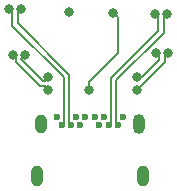
<source format=gbr>
%TF.GenerationSoftware,KiCad,Pcbnew,8.0.1*%
%TF.CreationDate,2024-03-26T16:51:19-04:00*%
%TF.ProjectId,commapogo_female,636f6d6d-6170-46f6-976f-5f66656d616c,rev?*%
%TF.SameCoordinates,Original*%
%TF.FileFunction,Copper,L3,Inr*%
%TF.FilePolarity,Positive*%
%FSLAX46Y46*%
G04 Gerber Fmt 4.6, Leading zero omitted, Abs format (unit mm)*
G04 Created by KiCad (PCBNEW 8.0.1) date 2024-03-26 16:51:19*
%MOMM*%
%LPD*%
G01*
G04 APERTURE LIST*
%TA.AperFunction,ComponentPad*%
%ADD10O,1.000000X1.600000*%
%TD*%
%TA.AperFunction,ComponentPad*%
%ADD11O,1.000000X1.800000*%
%TD*%
%TA.AperFunction,ComponentPad*%
%ADD12O,1.000000X1.700000*%
%TD*%
%TA.AperFunction,ComponentPad*%
%ADD13C,0.600000*%
%TD*%
%TA.AperFunction,ViaPad*%
%ADD14C,0.800000*%
%TD*%
%TA.AperFunction,Conductor*%
%ADD15C,0.200000*%
%TD*%
G04 APERTURE END LIST*
D10*
%TO.N,GND*%
%TO.C,J2*%
X-4125000Y-5620000D03*
D11*
X-4485000Y-10010000D03*
X4485000Y-10010000D03*
D12*
X4125000Y-5620000D03*
D13*
X2800000Y-5020000D03*
%TO.N,/CAN2_P*%
X2400000Y-5720000D03*
%TO.N,/CAN2_N*%
X1600000Y-5720000D03*
%TO.N,+12V*%
X1200000Y-5020000D03*
%TO.N,unconnected-(J2-Pin_5b-PadB5)*%
X800000Y-5720000D03*
%TO.N,unconnected-(J2-Pin_6b-PadB6)*%
X400000Y-5020000D03*
%TO.N,unconnected-(J2-Pin_7b-PadB7)*%
X-400000Y-5020000D03*
%TO.N,/SBU2*%
X-800000Y-5720000D03*
%TO.N,+12V*%
X-1200000Y-5020000D03*
%TO.N,/CAN3_N*%
X-1600000Y-5720000D03*
%TO.N,/CAN3_P*%
X-2400000Y-5720000D03*
%TO.N,GND*%
X-2800000Y-5020000D03*
%TD*%
D14*
%TO.N,/CAN2_N*%
X5494800Y3708400D03*
%TO.N,/CAN1_P*%
X3987800Y-2709400D03*
X6646400Y355600D03*
%TO.N,/SBU1*%
X-45421Y-2747641D03*
X1955800Y3810000D03*
%TO.N,/CAN2_P*%
X6544800Y3708400D03*
%TO.N,/CAN1_N*%
X3987800Y-1659400D03*
X5596400Y355600D03*
%TO.N,/CAN0_P*%
X-6544800Y254000D03*
X-3530600Y-2709400D03*
%TO.N,/CAN3_N*%
X-5799600Y4114800D03*
%TO.N,/SBU2*%
X-1752594Y3860803D03*
%TO.N,/CAN3_P*%
X-6849600Y4114800D03*
%TO.N,/CAN0_N*%
X-3530600Y-1659400D03*
X-5494800Y254000D03*
%TD*%
D15*
%TO.N,/CAN2_N*%
X1774999Y-1742201D02*
X5794799Y2277599D01*
X1774999Y-5545001D02*
X1774999Y-1742201D01*
X5794799Y3408401D02*
X5494800Y3708400D01*
X1600000Y-5720000D02*
X1774999Y-5545001D01*
X5794799Y2277599D02*
X5794799Y3408401D01*
%TO.N,/CAN1_P*%
X6346400Y-350800D02*
X6346401Y55601D01*
X6346401Y55601D02*
X6646400Y355600D01*
X3987800Y-2709400D02*
X6346400Y-350800D01*
%TO.N,/SBU1*%
X2362200Y3403600D02*
X1955800Y3810000D01*
X-45421Y-2052021D02*
X2362200Y355600D01*
X2362200Y355600D02*
X2362200Y3403600D01*
X-45421Y-2747641D02*
X-45421Y-2052021D01*
%TO.N,/CAN2_P*%
X6244801Y2091201D02*
X6244801Y3408401D01*
X2225001Y-5545001D02*
X2225001Y-1928599D01*
X2400000Y-5720000D02*
X2225001Y-5545001D01*
X6244801Y3408401D02*
X6544800Y3708400D01*
X2225001Y-1928599D02*
X6244801Y2091201D01*
%TO.N,/CAN1_N*%
X5896400Y-164403D02*
X5896399Y55601D01*
X4401403Y-1659400D02*
X5896400Y-164403D01*
X3987800Y-1659400D02*
X4401403Y-1659400D01*
X5896399Y55601D02*
X5596400Y355600D01*
%TO.N,/CAN0_P*%
X-6244801Y-347199D02*
X-6244801Y-45999D01*
X-6244801Y-45999D02*
X-6544800Y254000D01*
X-3830599Y-2409401D02*
X-4182599Y-2409401D01*
X-3530600Y-2709400D02*
X-3830599Y-2409401D01*
X-4182599Y-2409401D02*
X-6244801Y-347199D01*
%TO.N,/CAN3_N*%
X-1600000Y-5720000D02*
X-1774999Y-5545001D01*
X-1774999Y-1437401D02*
X-6099599Y2887199D01*
X-6099599Y2887199D02*
X-6099599Y3814801D01*
X-6099599Y3814801D02*
X-5799600Y4114800D01*
X-1774999Y-5545001D02*
X-1774999Y-1437401D01*
%TO.N,/CAN3_P*%
X-6549601Y3814801D02*
X-6849600Y4114800D01*
X-2400000Y-5720000D02*
X-2225001Y-5545001D01*
X-2225001Y-1623799D02*
X-6549601Y2700801D01*
X-2225001Y-5545001D02*
X-2225001Y-1623799D01*
X-6549601Y2700801D02*
X-6549601Y3814801D01*
%TO.N,/CAN0_N*%
X-5794799Y-160801D02*
X-5794799Y-45999D01*
X-3530600Y-1659400D02*
X-3830599Y-1959399D01*
X-5794799Y-45999D02*
X-5494800Y254000D01*
X-3996201Y-1959399D02*
X-5794799Y-160801D01*
X-3830599Y-1959399D02*
X-3996201Y-1959399D01*
%TD*%
M02*

</source>
